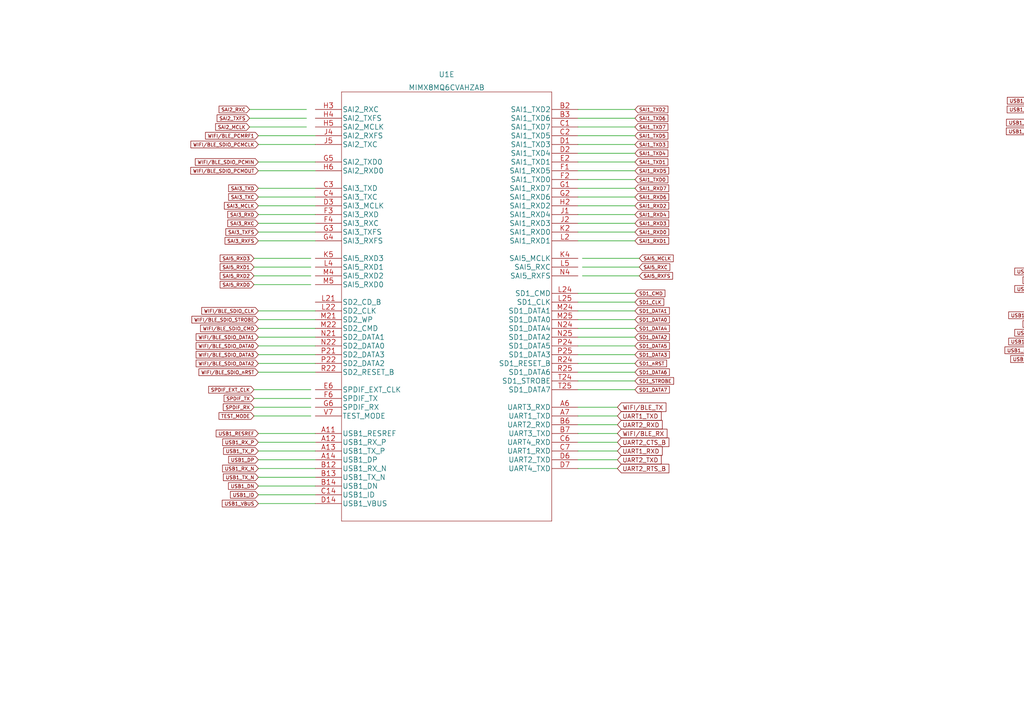
<source format=kicad_sch>
(kicad_sch (version 20230121) (generator eeschema)
  (paper "A4")
  (junction (at -81.28 124.46))
  (junction (at -30.48 74.93))
  (junction (at -41.91 124.46))
  (junction (at -135.89 124.46))
  (junction (at -60.96 208.28))
  (junction (at -63.5 124.46))
  (junction (at -30.48 58.42))
  (junction (at -81.28 208.28))
  (junction (at -31.75 124.46))
  (junction (at -115.57 124.46))
  (junction (at -83.82 124.46))
  (junction (at -78.74 208.28))
  (junction (at -21.59 124.46))
  (junction (at -125.73 124.46))
  (junction (at -30.48 87.63))
  (junction (at -68.58 124.46))
  (junction (at -76.2 208.28))
  (junction (at -68.58 208.28))
  (junction (at -30.48 63.5))
  (junction (at -86.36 124.46))
  (junction (at -30.48 66.04))
  (junction (at -30.48 68.58))
  (junction (at -66.04 208.28))
  (junction (at -73.66 208.28))
  (junction (at -30.48 77.47))
  (junction (at -33.02 30.48))
  (junction (at -30.48 71.12))
  (junction (at -30.48 80.01))
  (junction (at -71.12 208.28))
  (junction (at -30.48 55.88))
  (junction (at -83.82 208.28))
  (junction (at -33.02 27.94))
  (junction (at -30.48 60.96))
  (junction (at -78.74 124.46))
  (junction (at -63.5 208.28))
  (junction (at -105.41 124.46))
  (junction (at -30.48 82.55))
  (junction (at -30.48 85.09))
  (junction (at -66.04 124.46))
  (no_connect (at -57.15 41.91))
  (no_connect (at -57.15 36.83))
  (no_connect (at -57.15 49.53))
  (no_connect (at -57.15 46.99))
  (no_connect (at -57.15 74.93))
  (no_connect (at -57.15 52.07))
  (no_connect (at -57.15 59.69))
  (no_connect (at -57.15 57.15))
  (no_connect (at -57.15 67.31))
  (no_connect (at -57.15 77.47))
  (no_connect (at -57.15 26.67))
  (no_connect (at -57.15 39.37))
  (no_connect (at -57.15 29.21))
  (no_connect (at -57.15 44.45))
  (no_connect (at -57.15 31.75))
  (no_connect (at -57.15 80.01))
  (no_connect (at -57.15 90.17))
  (no_connect (at -57.15 85.09))
  (no_connect (at -57.15 24.13))
  (no_connect (at -57.15 62.23))
  (no_connect (at -57.15 54.61))
  (no_connect (at -57.15 69.85))
  (no_connect (at -57.15 87.63))
  (no_connect (at -57.15 34.29))
  (no_connect (at -57.15 64.77))
  (no_connect (at -57.15 82.55))
  (no_connect (at -57.15 72.39))
  (wire (pts (xy 91.44 125.73) (xy 74.93 125.73)))
  (wire (pts (xy -135.89 124.46) (xy -135.89 125.73)))
  (wire (pts (xy 91.44 49.53) (xy 74.93 49.53)))
  (wire (pts (xy -76.2 124.46) (xy -78.74 124.46)))
  (wire (pts (xy 321.31 78.74) (xy 304.8 78.74)))
  (wire (pts (xy -138.43 40.64) (xy -154.94 40.64)))
  (wire (pts (xy 91.44 39.37) (xy 74.93 39.37)))
  (wire (pts (xy -71.12 208.28) (xy -73.66 208.28)))
  (wire (pts (xy 90.17 113.03) (xy 73.66 113.03)))
  (wire (pts (xy -115.57 124.46) (xy -125.73 124.46)))
  (wire (pts (xy -71.12 132.08) (xy -71.12 124.46)))
  (wire (pts (xy 167.64 123.19) (xy 179.07 123.19)))
  (wire (pts (xy -138.43 48.26) (xy -154.94 48.26)))
  (wire (pts (xy 359.41 31.75) (xy 387.35 31.75)))
  (wire (pts (xy -36.83 33.02) (xy -33.02 33.02)))
  (wire (pts (xy -36.83 27.94) (xy -33.02 27.94)))
  (wire (pts (xy -36.83 55.88) (xy -30.48 55.88)))
  (wire (pts (xy -86.36 208.28) (xy -86.36 198.12)))
  (wire (pts (xy -138.43 27.94) (xy -154.94 27.94)))
  (wire (pts (xy -36.83 68.58) (xy -30.48 68.58)))
  (wire (pts (xy 91.44 57.15) (xy 74.93 57.15)))
  (wire (pts (xy 91.44 128.27) (xy 74.93 128.27)))
  (wire (pts (xy -30.48 58.42) (xy -30.48 60.96)))
  (wire (pts (xy 167.64 69.85) (xy 184.15 69.85)))
  (wire (pts (xy 167.64 120.65) (xy 179.07 120.65)))
  (wire (pts (xy 167.64 41.91) (xy 184.15 41.91)))
  (wire (pts (xy 167.64 39.37) (xy 184.15 39.37)))
  (wire (pts (xy 88.9 31.75) (xy 72.39 31.75)))
  (wire (pts (xy -36.83 60.96) (xy -30.48 60.96)))
  (wire (pts (xy -115.57 124.46) (xy -115.57 125.73)))
  (wire (pts (xy 167.64 49.53) (xy 184.15 49.53)))
  (wire (pts (xy -30.48 82.55) (xy -30.48 85.09)))
  (wire (pts (xy 91.44 97.79) (xy 74.93 97.79)))
  (wire (pts (xy -58.42 208.28) (xy -60.96 208.28)))
  (wire (pts (xy -68.58 208.28) (xy -71.12 208.28)))
  (wire (pts (xy -30.48 55.88) (xy -30.48 58.42)))
  (wire (pts (xy -86.36 124.46) (xy -105.41 124.46)))
  (wire (pts (xy 167.64 95.25) (xy 184.15 95.25)))
  (wire (pts (xy -104.14 149.86) (xy -120.65 149.86)))
  (wire (pts (xy -68.58 198.12) (xy -68.58 208.28)))
  (wire (pts (xy -138.43 50.8) (xy -154.94 50.8)))
  (wire (pts (xy 167.64 92.71) (xy 184.15 92.71)))
  (wire (pts (xy 167.64 130.81) (xy 179.07 130.81)))
  (wire (pts (xy 91.44 54.61) (xy 74.93 54.61)))
  (wire (pts (xy 387.35 52.07) (xy 378.46 52.07)))
  (wire (pts (xy -78.74 208.28) (xy -81.28 208.28)))
  (wire (pts (xy -30.48 85.09) (xy -30.48 87.63)))
  (wire (pts (xy 167.64 64.77) (xy 184.15 64.77)))
  (wire (pts (xy -41.91 124.46) (xy -41.91 125.73)))
  (wire (pts (xy 321.31 101.6) (xy 304.8 101.6)))
  (wire (pts (xy -66.04 124.46) (xy -63.5 124.46)))
  (wire (pts (xy 377.19 12.7) (xy 360.68 12.7)))
  (wire (pts (xy -41.91 124.46) (xy -31.75 124.46)))
  (wire (pts (xy -104.14 170.18) (xy -120.65 170.18)))
  (wire (pts (xy 91.44 130.81) (xy 74.93 130.81)))
  (wire (pts (xy -33.02 27.94) (xy -33.02 30.48)))
  (wire (pts (xy 167.64 125.73) (xy 179.07 125.73)))
  (wire (pts (xy -36.83 87.63) (xy -30.48 87.63)))
  (wire (pts (xy 167.64 87.63) (xy 184.15 87.63)))
  (wire (pts (xy 389.89 77.47) (xy 383.54 77.47)))
  (wire (pts (xy 90.17 82.55) (xy 73.66 82.55)))
  (wire (pts (xy -36.83 85.09) (xy -30.48 85.09)))
  (wire (pts (xy 168.91 77.47) (xy 185.42 77.47)))
  (wire (pts (xy -81.28 124.46) (xy -81.28 132.08)))
  (wire (pts (xy -36.83 82.55) (xy -30.48 82.55)))
  (wire (pts (xy -30.48 60.96) (xy -30.48 63.5)))
  (wire (pts (xy -78.74 124.46) (xy -78.74 132.08)))
  (wire (pts (xy -71.12 198.12) (xy -71.12 208.28)))
  (wire (pts (xy 91.44 105.41) (xy 74.93 105.41)))
  (wire (pts (xy 378.46 40.64) (xy 359.41 40.64)))
  (wire (pts (xy -135.89 119.38) (xy -135.89 124.46)))
  (wire (pts (xy 167.64 118.11) (xy 179.07 118.11)))
  (wire (pts (xy 383.54 66.04) (xy 370.84 66.04)))
  (wire (pts (xy -104.14 162.56) (xy -120.65 162.56)))
  (wire (pts (xy 90.17 115.57) (xy 73.66 115.57)))
  (wire (pts (xy -125.73 124.46) (xy -135.89 124.46)))
  (wire (pts (xy 167.64 113.03) (xy 184.15 113.03)))
  (wire (pts (xy -125.73 124.46) (xy -125.73 125.73)))
  (wire (pts (xy -68.58 124.46) (xy -71.12 124.46)))
  (wire (pts (xy 365.76 96.52) (xy 365.76 57.15)))
  (wire (pts (xy 389.89 74.93) (xy 389.89 62.23)))
  (wire (pts (xy 381 49.53) (xy 381 38.1)))
  (wire (pts (xy 167.64 100.33) (xy 184.15 100.33)))
  (wire (pts (xy -104.14 175.26) (xy -120.65 175.26)))
  (wire (pts (xy 88.9 36.83) (xy 72.39 36.83)))
  (wire (pts (xy -30.48 53.34) (xy -30.48 55.88)))
  (wire (pts (xy 90.17 80.01) (xy 73.66 80.01)))
  (wire (pts (xy -66.04 208.28) (xy -68.58 208.28)))
  (wire (pts (xy -66.04 124.46) (xy -68.58 124.46)))
  (wire (pts (xy -73.66 208.28) (xy -73.66 212.09)))
  (wire (pts (xy -30.48 71.12) (xy -30.48 74.93)))
  (wire (pts (xy -66.04 198.12) (xy -66.04 208.28)))
  (wire (pts (xy 167.64 54.61) (xy 184.15 54.61)))
  (wire (pts (xy 167.64 62.23) (xy 184.15 62.23)))
  (wire (pts (xy -125.73 130.81) (xy -125.73 134.62)))
  (wire (pts (xy 167.64 105.41) (xy 184.15 105.41)))
  (wire (pts (xy 383.54 77.47) (xy 383.54 66.04)))
  (wire (pts (xy 167.64 135.89) (xy 179.07 135.89)))
  (wire (pts (xy -83.82 208.28) (xy -86.36 208.28)))
  (wire (pts (xy -102.87 46.99) (xy -91.44 46.99)))
  (wire (pts (xy 321.31 91.44) (xy 304.8 91.44)))
  (wire (pts (xy -102.87 44.45) (xy -91.44 44.45)))
  (wire (pts (xy -83.82 124.46) (xy -83.82 132.08)))
  (wire (pts (xy -105.41 130.81) (xy -105.41 134.62)))
  (wire (pts (xy 321.31 81.28) (xy 304.8 81.28)))
  (wire (pts (xy 91.44 138.43) (xy 74.93 138.43)))
  (wire (pts (xy 167.64 67.31) (xy 184.15 67.31)))
  (wire (pts (xy -36.83 63.5) (xy -30.48 63.5)))
  (wire (pts (xy 167.64 107.95) (xy 184.15 107.95)))
  (wire (pts (xy -36.83 74.93) (xy -30.48 74.93)))
  (wire (pts (xy -78.74 124.46) (xy -81.28 124.46)))
  (wire (pts (xy 91.44 107.95) (xy 74.93 107.95)))
  (wire (pts (xy 91.44 90.17) (xy 74.93 90.17)))
  (wire (pts (xy -31.75 124.46) (xy -31.75 125.73)))
  (wire (pts (xy 167.64 90.17) (xy 184.15 90.17)))
  (wire (pts (xy 91.44 146.05) (xy 74.93 146.05)))
  (wire (pts (xy -115.57 130.81) (xy -115.57 134.62)))
  (wire (pts (xy -104.14 167.64) (xy -120.65 167.64)))
  (wire (pts (xy -36.83 71.12) (xy -30.48 71.12)))
  (wire (pts (xy 387.35 49.53) (xy 381 49.53)))
  (wire (pts (xy -36.83 53.34) (xy -30.48 53.34)))
  (wire (pts (xy 365.76 57.15) (xy 359.41 57.15)))
  (wire (pts (xy -102.87 52.07) (xy -91.44 52.07)))
  (wire (pts (xy 91.44 67.31) (xy 74.93 67.31)))
  (wire (pts (xy -81.28 208.28) (xy -83.82 208.28)))
  (wire (pts (xy 318.77 29.21) (xy 302.26 29.21)))
  (wire (pts (xy 167.64 46.99) (xy 184.15 46.99)))
  (wire (pts (xy -138.43 25.4) (xy -154.94 25.4)))
  (wire (pts (xy -66.04 124.46) (xy -66.04 132.08)))
  (wire (pts (xy -138.43 35.56) (xy -154.94 35.56)))
  (wire (pts (xy 167.64 31.75) (xy 184.15 31.75)))
  (wire (pts (xy 90.17 77.47) (xy 73.66 77.47)))
  (wire (pts (xy -76.2 198.12) (xy -76.2 208.28)))
  (wire (pts (xy 91.44 92.71) (xy 74.93 92.71)))
  (wire (pts (xy 387.35 29.21) (xy 377.19 29.21)))
  (wire (pts (xy 91.44 46.99) (xy 74.93 46.99)))
  (wire (pts (xy -30.48 66.04) (xy -30.48 68.58)))
  (wire (pts (xy 167.64 102.87) (xy 184.15 102.87)))
  (wire (pts (xy -104.14 157.48) (xy -120.65 157.48)))
  (wire (pts (xy 90.17 74.93) (xy 73.66 74.93)))
  (wire (pts (xy -138.43 38.1) (xy -154.94 38.1)))
  (wire (pts (xy -78.74 198.12) (xy -78.74 208.28)))
  (wire (pts (xy -58.42 198.12) (xy -58.42 208.28)))
  (wire (pts (xy 372.11 46.99) (xy 359.41 46.99)))
  (wire (pts (xy -30.48 77.47) (xy -30.48 80.01)))
  (wire (pts (xy 91.44 64.77) (xy 74.93 64.77)))
  (wire (pts (xy -104.14 152.4) (xy -120.65 152.4)))
  (wire (pts (xy 167.64 34.29) (xy 184.15 34.29)))
  (wire (pts (xy -76.2 208.28) (xy -78.74 208.28)))
  (wire (pts (xy 368.3 93.98) (xy 388.62 93.98)))
  (wire (pts (xy -81.28 124.46) (xy -83.82 124.46)))
  (wire (pts (xy -102.87 49.53) (xy -91.44 49.53)))
  (wire (pts (xy -30.48 80.01) (xy -30.48 82.55)))
  (wire (pts (xy -36.83 66.04) (xy -30.48 66.04)))
  (wire (pts (xy -138.43 22.86) (xy -154.94 22.86)))
  (wire (pts (xy -104.14 160.02) (xy -120.65 160.02)))
  (wire (pts (xy 368.3 54.61) (xy 368.3 93.98)))
  (wire (pts (xy 91.44 95.25) (xy 74.93 95.25)))
  (wire (pts (xy 91.44 69.85) (xy 74.93 69.85)))
  (wire (pts (xy 91.44 140.97) (xy 74.93 140.97)))
  (wire (pts (xy -31.75 124.46) (xy -21.59 124.46)))
  (wire (pts (xy -83.82 124.46) (xy -86.36 124.46)))
  (wire (pts (xy 321.31 93.98) (xy 304.8 93.98)))
  (wire (pts (xy -36.83 80.01) (xy -30.48 80.01)))
  (wire (pts (xy 91.44 59.69) (xy 74.93 59.69)))
  (wire (pts (xy 168.91 74.93) (xy 185.42 74.93)))
  (wire (pts (xy 168.91 80.01) (xy 185.42 80.01)))
  (wire (pts (xy 321.31 96.52) (xy 304.8 96.52)))
  (wire (pts (xy -41.91 124.46) (xy -63.5 124.46)))
  (wire (pts (xy 377.19 29.21) (xy 377.19 34.29)))
  (wire (pts (xy 389.89 62.23) (xy 372.11 62.23)))
  (wire (pts (xy -104.14 154.94) (xy -120.65 154.94)))
  (wire (pts (xy -60.96 198.12) (xy -60.96 208.28)))
  (wire (pts (xy -68.58 132.08) (xy -68.58 124.46)))
  (wire (pts (xy -41.91 130.81) (xy -41.91 134.62)))
  (wire (pts (xy 167.64 128.27) (xy 179.07 128.27)))
  (wire (pts (xy -104.14 165.1) (xy -120.65 165.1)))
  (wire (pts (xy 91.44 62.23) (xy 74.93 62.23)))
  (wire (pts (xy 377.19 10.16) (xy 360.68 10.16)))
  (wire (pts (xy -33.02 22.86) (xy -33.02 27.94)))
  (wire (pts (xy -135.89 130.81) (xy -135.89 134.62)))
  (wire (pts (xy 91.44 135.89) (xy 74.93 135.89)))
  (wire (pts (xy -138.43 33.02) (xy -154.94 33.02)))
  (wire (pts (xy 321.31 83.82) (xy 304.8 83.82)))
  (wire (pts (xy -21.59 120.65) (xy -21.59 124.46)))
  (wire (pts (xy 388.62 96.52) (xy 365.76 96.52)))
  (wire (pts (xy 167.64 110.49) (xy 184.15 110.49)))
  (wire (pts (xy -138.43 30.48) (xy -154.94 30.48)))
  (wire (pts (xy 318.77 38.1) (xy 302.26 38.1)))
  (wire (pts (xy 91.44 133.35) (xy 74.93 133.35)))
  (wire (pts (xy -138.43 53.34) (xy -154.94 53.34)))
  (wire (pts (xy -21.59 124.46) (xy -21.59 125.73)))
  (wire (pts (xy 381 38.1) (xy 359.41 38.1)))
  (wire (pts (xy -63.5 208.28) (xy -66.04 208.28)))
  (wire (pts (xy 91.44 102.87) (xy 74.93 102.87)))
  (wire (pts (xy -36.83 58.42) (xy -30.48 58.42)))
  (wire (pts (xy 321.31 104.14) (xy 304.8 104.14)))
  (wire (pts (xy 167.64 57.15) (xy 184.15 57.15)))
  (wire (pts (xy 359.41 54.61) (xy 368.3 54.61)))
  (wire (pts (xy 167.64 85.09) (xy 184.15 85.09)))
  (wire (pts (xy -104.14 177.8) (xy -120.65 177.8)))
  (wire (pts (xy -21.59 130.81) (xy -21.59 134.62)))
  (wire (pts (xy -102.87 54.61) (xy -91.44 54.61)))
  (wire (pts (xy 91.44 100.33) (xy 74.93 100.33)))
  (wire (pts (xy 318.77 31.75) (xy 302.26 31.75)))
  (wire (pts (xy 167.64 97.79) (xy 184.15 97.79)))
  (wire (pts (xy -60.96 208.28) (xy -63.5 208.28)))
  (wire (pts (xy 91.44 41.91) (xy 74.93 41.91)))
  (wire (pts (xy -83.82 208.28) (xy -83.82 198.12)))
  (wire (pts (xy 91.44 143.51) (xy 74.93 143.51)))
  (wire (pts (xy -138.43 55.88) (xy -154.94 55.88)))
  (wire (pts (xy -76.2 132.08) (xy -76.2 124.46)))
  (wire (pts (xy 167.64 133.35) (xy 179.07 133.35)))
  (wire (pts (xy -31.75 130.81) (xy -31.75 134.62)))
  (wire (pts (xy -30.48 68.58) (xy -30.48 71.12)))
  (wire (pts (xy -36.83 77.47) (xy -30.48 77.47)))
  (wire (pts (xy -86.36 124.46) (xy -86.36 132.08)))
  (wire (pts (xy 167.64 44.45) (xy 184.15 44.45)))
  (wire (pts (xy 88.9 34.29) (xy 72.39 34.29)))
  (wire (pts (xy -36.83 30.48) (xy -33.02 30.48)))
  (wire (pts (xy 90.17 118.11) (xy 73.66 118.11)))
  (wire (pts (xy 167.64 59.69) (xy 184.15 59.69)))
  (wire (pts (xy -63.5 124.46) (xy -63.5 132.08)))
  (wire (pts (xy 377.19 34.29) (xy 359.41 34.29)))
  (wire (pts (xy -138.43 59.69) (xy -154.94 59.69)))
  (wire (pts (xy 318.77 35.56) (xy 302.26 35.56)))
  (wire (pts (xy 370.84 66.04) (xy 370.84 49.53)))
  (wire (pts (xy -63.5 198.12) (xy -63.5 208.28)))
  (wire (pts (xy 90.17 120.65) (xy 73.66 120.65)))
  (wire (pts (xy -33.02 30.48) (xy -33.02 33.02)))
  (wire (pts (xy -81.28 198.12) (xy -81.28 208.28)))
  (wire (pts (xy -73.66 208.28) (xy -76.2 208.28)))
  (wire (pts (xy 370.84 49.53) (xy 359.41 49.53)))
  (wire (pts (xy 167.64 36.83) (xy 184.15 36.83)))
  (wire (pts (xy -30.48 74.93) (xy -30.48 77.47)))
  (wire (pts (xy 167.64 52.07) (xy 184.15 52.07)))
  (wire (pts (xy 321.31 99.06) (xy 304.8 99.06)))
  (wire (pts (xy -30.48 63.5) (xy -30.48 66.04)))
  (wire (pts (xy -104.14 172.72) (xy -120.65 172.72)))
  (wire (pts (xy 378.46 52.07) (xy 378.46 40.64)))
  (wire (pts (xy -105.41 124.46) (xy -105.41 125.73)))
  (wire (pts (xy -30.48 87.63) (xy -30.48 90.17)))
  (wire (pts (xy -105.41 124.46) (xy -115.57 124.46)))
  (wire (pts (xy 372.11 62.23) (xy 372.11 46.99)))
  (global_label "SAI1_TXD5" (shape input) (at 184.15 39.37 0) (effects (font (size 1 1))) (property "Intersheetrefs" "${INTERSHEET_REFS}" (effects hide)))
  (global_label "SAI5_RXD3" (shape input) (at 73.66 74.93 180) (effects (font (size 1 1))) (property "Intersheetrefs" "${INTERSHEET_REFS}" (effects hide)))
  (global_label "SPDIF_TX" (shape input) (at 73.66 115.57 180) (effects (font (size 1 1))) (property "Intersheetrefs" "${INTERSHEET_REFS}" (effects hide)))
  (global_label "SD1_CMD" (shape input) (at -120.65 170.18 180) (effects (font (size 1 1))) (property "Intersheetrefs" "${INTERSHEET_REFS}" (effects hide)))
  (global_label "WIFI{slash}BLE_SDIO_DATA0" (shape input) (at 74.93 100.33 180) (effects (font (size 1 1))) (property "Intersheetrefs" "${INTERSHEET_REFS}" (effects hide)))
  (global_label "USB1_ID" (shape input) (at 304.8 93.98 180) (effects (font (size 1 1))) (property "Intersheetrefs" "${INTERSHEET_REFS}" (effects hide)))
  (global_label "SAI1_RXD5" (shape input) (at 184.15 49.53 0) (effects (font (size 1 1))) (property "Intersheetrefs" "${INTERSHEET_REFS}" (effects hide)))
  (global_label "USB2_ID" (shape input) (at 304.8 81.28 180) (effects (font (size 1 1))) (property "Intersheetrefs" "${INTERSHEET_REFS}" (effects hide)))
  (global_label "WIFI{slash}BLE_SDIO_PCMIN" (shape input) (at 74.93 46.99 180) (effects (font (size 1 1))) (property "Intersheetrefs" "${INTERSHEET_REFS}" (effects hide)))
  (global_label "USB1_OTG_PWR" (shape input) (at 304.8 101.6 180) (effects (font (size 1 1))) (property "Intersheetrefs" "${INTERSHEET_REFS}" (effects hide)))
  (global_label "SAI3_RXFS" (shape input) (at 74.93 69.85 180) (effects (font (size 1 1))) (property "Intersheetrefs" "${INTERSHEET_REFS}" (effects hide)))
  (global_label "SD1_DATA7" (shape input) (at -120.65 167.64 180) (effects (font (size 1 1))) (property "Intersheetrefs" "${INTERSHEET_REFS}" (effects hide)))
  (global_label "SAI1_TXD6" (shape input) (at 184.15 34.29 0) (effects (font (size 1 1))) (property "Intersheetrefs" "${INTERSHEET_REFS}" (effects hide)))
  (global_label "USB1_TX_P" (shape input) (at 74.93 130.81 180) (effects (font (size 1 1))) (property "Intersheetrefs" "${INTERSHEET_REFS}" (effects hide)))
  (global_label "USB1_RESREF" (shape input) (at 74.93 125.73 180) (effects (font (size 1 1))) (property "Intersheetrefs" "${INTERSHEET_REFS}" (effects hide)))
  (global_label "USB1_TX_N" (shape input) (at 302.26 31.75 180) (effects (font (size 1 1))) (property "Intersheetrefs" "${INTERSHEET_REFS}" (effects hide)))
  (global_label "SAI5_RXFS" (shape input) (at 185.42 80.01 0) (effects (font (size 1 1))) (property "Intersheetrefs" "${INTERSHEET_REFS}" (effects hide)))
  (global_label "SAI1_TXD0" (shape input) (at 184.15 52.07 0) (effects (font (size 1 1))) (property "Intersheetrefs" "${INTERSHEET_REFS}" (effects hide)))
  (global_label "SD1_DATA5" (shape input) (at -120.65 162.56 180) (effects (font (size 1 1))) (property "Intersheetrefs" "${INTERSHEET_REFS}" (effects hide)))
  (global_label "WIFI{slash}BLE_SDIO_DATA2" (shape input) (at 74.93 105.41 180) (effects (font (size 1 1))) (property "Intersheetrefs" "${INTERSHEET_REFS}" (effects hide)))
  (global_label "SPDIF_RX" (shape input) (at 73.66 118.11 180) (effects (font (size 1 1))) (property "Intersheetrefs" "${INTERSHEET_REFS}" (effects hide)))
  (global_label "USB1_OTG_ID" (shape input) (at 304.8 104.14 180) (effects (font (size 1 1))) (property "Intersheetrefs" "${INTERSHEET_REFS}" (effects hide)))
  (global_label "UART2_RXD" (shape input) (at 179.07 123.19 0) (property "Intersheetrefs" "${INTERSHEET_REFS}" (effects hide)))
  (global_label "SD1_CLK" (shape input) (at -120.65 172.72 180) (effects (font (size 1 1))) (property "Intersheetrefs" "${INTERSHEET_REFS}" (effects hide)))
  (global_label "WIFI{slash}BLE_SDIO_DATA1" (shape input) (at -154.94 33.02 180) (effects (font (size 1 1))) (property "Intersheetrefs" "${INTERSHEET_REFS}" (effects hide)))
  (global_label "SD1_DATA4" (shape input) (at -120.65 160.02 180) (effects (font (size 1 1))) (property "Intersheetrefs" "${INTERSHEET_REFS}" (effects hide)))
  (global_label "SAI1_RXD4" (shape input) (at 184.15 62.23 0) (effects (font (size 1 1))) (property "Intersheetrefs" "${INTERSHEET_REFS}" (effects hide)))
  (global_label "SAI1_RXD6" (shape input) (at 184.15 57.15 0) (effects (font (size 1 1))) (property "Intersheetrefs" "${INTERSHEET_REFS}" (effects hide)))
  (global_label "WIFI{slash}BLE_SDIO_DATA0" (shape input) (at -154.94 35.56 180) (effects (font (size 1 1))) (property "Intersheetrefs" "${INTERSHEET_REFS}" (effects hide)))
  (global_label "WIFI{slash}BLE_SDIO_PCMCLK" (shape input) (at -154.94 55.88 180) (effects (font (size 1 1))) (property "Intersheetrefs" "${INTERSHEET_REFS}" (effects hide)))
  (global_label "WIFI{slash}BLE_SDIO_STROBE" (shape input) (at -154.94 25.4 180) (effects (font (size 1 1))) (property "Intersheetrefs" "${INTERSHEET_REFS}" (effects hide)))
  (global_label "WIFI{slash}BLE_SDIO_CLK" (shape input) (at 74.93 90.17 180) (effects (font (size 1 1))) (property "Intersheetrefs" "${INTERSHEET_REFS}" (effects hide)))
  (global_label "WIFI{slash}BLE_SDIO_PCMOUT" (shape input) (at 74.93 49.53 180) (effects (font (size 1 1))) (property "Intersheetrefs" "${INTERSHEET_REFS}" (effects hide)))
  (global_label "SD1_nRST" (shape input) (at -120.65 177.8 180) (effects (font (size 1 1))) (property "Intersheetrefs" "${INTERSHEET_REFS}" (effects hide)))
  (global_label "UART2_CTS_B" (shape input) (at 179.07 128.27 0) (property "Intersheetrefs" "${INTERSHEET_REFS}" (effects hide)))
  (global_label "SAI1_RXD0" (shape input) (at 184.15 67.31 0) (effects (font (size 1 1))) (property "Intersheetrefs" "${INTERSHEET_REFS}" (effects hide)))
  (global_label "SD1_nRST" (shape input) (at 184.15 105.41 0) (effects (font (size 1 1))) (property "Intersheetrefs" "${INTERSHEET_REFS}" (effects hide)))
  (global_label "SD1_DATA1" (shape input) (at -120.65 152.4 180) (effects (font (size 1 1))) (property "Intersheetrefs" "${INTERSHEET_REFS}" (effects hide)))
  (global_label "TEST_MODE" (shape input) (at 73.66 120.65 180) (effects (font (size 1 1))) (property "Intersheetrefs" "${INTERSHEET_REFS}" (effects hide)))
  (global_label "WIFI{slash}BLE_SDIO_PCMIN" (shape input) (at -154.94 50.8 180) (effects (font (size 1 1))) (property "Intersheetrefs" "${INTERSHEET_REFS}" (effects hide)))
  (global_label "SAI2_MCLK" (shape input) (at 72.39 36.83 180) (effects (font (size 1 1))) (property "Intersheetrefs" "${INTERSHEET_REFS}" (effects hide)))
  (global_label "SAI1_TXD4" (shape input) (at 184.15 44.45 0) (effects (font (size 1 1))) (property "Intersheetrefs" "${INTERSHEET_REFS}" (effects hide)))
  (global_label "SAI5_RXC" (shape input) (at 185.42 77.47 0) (effects (font (size 1 1))) (property "Intersheetrefs" "${INTERSHEET_REFS}" (effects hide)))
  (global_label "SAI5_RXD0" (shape input) (at 73.66 82.55 180) (effects (font (size 1 1))) (property "Intersheetrefs" "${INTERSHEET_REFS}" (effects hide)))
  (global_label "SAI1_TXD2" (shape input) (at 184.15 31.75 0) (effects (font (size 1 1))) (property "Intersheetrefs" "${INTERSHEET_REFS}" (effects hide)))
  (global_label "UART2_TXD" (shape input) (at 179.07 133.35 0) (property "Intersheetrefs" "${INTERSHEET_REFS}" (effects hide)))
  (global_label "WIFI{slash}BLE_CTS" (shape input) (at -91.44 46.99 0) (property "Intersheetrefs" "${INTERSHEET_REFS}" (effects hide)))
  (global_label "VDD_3V3" (shape input) (at -21.59 120.65 90) (property "Intersheetrefs" "${INTERSHEET_REFS}" (effects hide)))
  (global_label "WIFI{slash}BLE_SDIO_nRST" (shape input) (at 74.93 107.95 180) (effects (font (size 1 1))) (property "Intersheetrefs" "${INTERSHEET_REFS}" (effects hide)))
  (global_label "USB1_TX_N" (shape input) (at 74.93 138.43 180) (effects (font (size 1 1))) (property "Intersheetrefs" "${INTERSHEET_REFS}" (effects hide)))
  (global_label "NVCC_SD1_1V8" (shape input) (at -135.89 119.38 90) (effects (font (size 1 1))) (property "Intersheetrefs" "${INTERSHEET_REFS}" (effects hide)))
  (global_label "USB1_RX_N" (shape input) (at 74.93 135.89 180) (effects (font (size 1 1))) (property "Intersheetrefs" "${INTERSHEET_REFS}" (effects hide)))
  (global_label "WIFI{slash}BLE_TX" (shape input) (at -91.44 49.53 0) (property "Intersheetrefs" "${INTERSHEET_REFS}" (effects hide)))
  (global_label "USB1_DP" (shape input) (at 74.93 133.35 180) (effects (font (size 1 1))) (property "Intersheetrefs" "${INTERSHEET_REFS}" (effects hide)))
  (global_label "WIFI{slash}BLE_TX" (shape input) (at 179.07 118.11 0) (property "Intersheetrefs" "${INTERSHEET_REFS}" (effects hide)))
  (global_label "SAI3_TXFS" (shape input) (at 74.93 67.31 180) (effects (font (size 1 1))) (property "Intersheetrefs" "${INTERSHEET_REFS}" (effects hide)))
  (global_label "USB1_VBUS" (shape input) (at 74.93 146.05 180) (effects (font (size 1 1))) (property "Intersheetrefs" "${INTERSHEET_REFS}" (effects hide)))
  (global_label "SAI1_RXD1" (shape input) (at 184.15 69.85 0) (effects (font (size 1 1))) (property "Intersheetrefs" "${INTERSHEET_REFS}" (effects hide)))
  (global_label "SD1_DATA6" (shape input) (at -120.65 165.1 180) (effects (font (size 1 1))) (property "Intersheetrefs" "${INTERSHEET_REFS}" (effects hide)))
  (global_label "SAI2_RXC" (shape input) (at 72.39 31.75 180) (effects (font (size 1 1))) (property "Intersheetrefs" "${INTERSHEET_REFS}" (effects hide)))
  (global_label "WIFI{slash}BLE_SDIO_CMD" (shape input) (at 74.93 95.25 180) (effects (font (size 1 1))) (property "Intersheetrefs" "${INTERSHEET_REFS}" (effects hide)))
  (global_label "WIFI{slash}BLE_SDIO_DATA3" (shape input) (at 74.93 102.87 180) (effects (font (size 1 1))) (property "Intersheetrefs" "${INTERSHEET_REFS}" (effects hide)))
  (global_label "SD1_STROBE" (shape input) (at -120.65 175.26 180) (effects (font (size 1 1))) (property "Intersheetrefs" "${INTERSHEET_REFS}" (effects hide)))
  (global_label "USB1_RX_P" (shape input) (at 302.26 35.56 180) (effects (font (size 1 1))) (property "Intersheetrefs" "${INTERSHEET_REFS}" (effects hide)))
  (global_label "SD1_DATA0" (shape input) (at -120.65 149.86 180) (effects (font (size 1 1))) (property "Intersheetrefs" "${INTERSHEET_REFS}" (effects hide)))
  (global_label "WIFI{slash}BLE_SDIO_CLK" (shape input) (at -154.94 40.64 180) (effects (font (size 1 1))) (property "Intersheetrefs" "${INTERSHEET_REFS}" (effects hide)))
  (global_label "WIFI{slash}BLE_SDIO_DATA1" (shape input) (at 74.93 97.79 180) (effects (font (size 1 1))) (property "Intersheetrefs" "${INTERSHEET_REFS}" (effects hide)))
  (global_label "SD1_DATA1" (shape input) (at 184.15 90.17 0) (effects (font (size 1 1))) (property "Intersheetrefs" "${INTERSHEET_REFS}" (effects hide)))
  (global_label "USB1_OTG_OC" (shape input) (at 304.8 99.06 180) (effects (font (size 1 1))) (property "Intersheetrefs" "${INTERSHEET_REFS}" (effects hide)))
  (global_label "WIFI{slash}BLE_PCMRF1" (shape input) (at 74.93 39.37 180) (effects (font (size 1 1))) (property "Intersheetrefs" "${INTERSHEET_REFS}" (effects hide)))
  (global_label "SD1_DATA0" (shape input) (at 184.15 92.71 0) (effects (font (size 1 1))) (property "Intersheetrefs" "${INTERSHEET_REFS}" (effects hide)))
  (global_label "SAI1_RXD7" (shape input) (at 184.15 54.61 0) (effects (font (size 1 1))) (property "Intersheetrefs" "${INTERSHEET_REFS}" (effects hide)))
  (global_label "WIFI{slash}BLE_RTS" (shape input) (at -91.44 54.61 0) (property "Intersheetrefs" "${INTERSHEET_REFS}" (effects hide)))
  (global_label "SD1_DATA3" (shape input) (at 184.15 102.87 0) (effects (font (size 1 1))) (property "Intersheetrefs" "${INTERSHEET_REFS}" (effects hide)))
  (global_label "WIFI{slash}BLE_SDIO_nRST" (shape input) (at -154.94 22.86 180) (effects (font (size 1 1))) (property "Intersheetrefs" "${INTERSHEET_REFS}" (effects hide)))
  (global_label "USB1_TX_P" (shape input) (at 302.26 29.21 180) (effects (font (size 1 1))) (property "Intersheetrefs" "${INTERSHEET_REFS}" (effects hide)))
  (global_label "SAI1_TXD1" (shape input) (at 184.15 46.99 0) (effects (font (size 1 1))) (property "Intersheetrefs" "${INTERSHEET_REFS}" (effects hide)))
  (global_label "WIFI{slash}BLE_PCMRF1" (shape input) (at -154.94 48.26 180) (effects (font (size 1 1))) (property "Intersheetrefs" "${INTERSHEET_REFS}" (effects hide)))
  (global_label "SAI3_TXD" (shape input) (at 74.93 54.61 180) (effects (font (size 1 1))) (property "Intersheetrefs" "${INTERSHEET_REFS}" (effects hide)))
  (global_label "UART1_TXD" (shape input) (at 179.07 120.65 0) (property "Intersheetrefs" "${INTERSHEET_REFS}" (effects hide)))
  (global_label "USB1_VBUS" (shape input) (at 304.8 96.52 180) (effects (font (size 1 1))) (property "Intersheetrefs" "${INTERSHEET_REFS}" (effects hide)))
  (global_label "WIFI{slash}BLE_RX" (shape input) (at 179.07 125.73 0) (property "Intersheetrefs" "${INTERSHEET_REFS}" (effects hide)))
  (global_label "USB2_VBUS" (shape input) (at 304.8 83.82 180) (effects (font (size 1 1))) (property "Intersheetrefs" "${INTERSHEET_REFS}" (effects hide)))
  (global_label "USB1_ID" (shape input) (at 74.93 143.51 180) (effects (font (size 1 1))) (property "Intersheetrefs" "${INTERSHEET_REFS}" (effects hide)))
  (global_label "WIFI{slash}BLE_SDIO_CMD" (shape input) (at -154.94 38.1 180) (effects (font (size 1 1))) (property "Intersheetrefs" "${INTERSHEET_REFS}" (effects hide)))
  (global_label "SD1_DATA5" (shape input) (at 184.15 100.33 0) (effects (font (size 1 1))) (property "Intersheetrefs" "${INTERSHEET_REFS}" (effects hide)))
  (global_label "WIFI{slash}BLE_SDIO_PCMOUT" (shape input) (at -154.94 53.34 180) (effects (font (size 1 1))) (property "Intersheetrefs" "${INTERSHEET_REFS}" (effects hide)))
  (global_label "SD1_DATA3" (shape input) (at -120.65 157.48 180) (effects (font (size 1 1))) (property "Intersheetrefs" "${INTERSHEET_REFS}" (effects hide)))
  (global_label "SD1_STROBE" (shape input) (at 184.15 110.49 0) (effects (font (size 1 1))) (property "Intersheetrefs" "${INTERSHEET_REFS}" (effects hide)))
  (global_label "USB1_RESREF" (shape input) (at 304.8 91.44 180) (effects (font (size 1 1))) (property "Intersheetrefs" "${INTERSHEET_REFS}" (effects hide)))
  (global_label "SD1_DATA6" (shape input) (at 184.15 107.95 0) (effects (font (size 1 1))) (property "Intersheetrefs" "${INTERSHEET_REFS}" (effects hide)))
  (global_label "UART1_RXD" (shape input) (at 179.07 130.81 0) (property "Intersheetrefs" "${INTERSHEET_REFS}" (effects hide)))
  (global_label "WIFI{slash}BLE_SDIO_DATA2" (shape input) (at -154.94 30.48 180) (effects (font (size 1 1))) (property "Intersheetrefs" "${INTERSHEET_REFS}" (effects hide)))
  (global_label "SD1_DATA7" (shape input) (at 184.15 113.03 0) (effects (font (size 1 1))) (property "Intersheetrefs" "${INTERSHEET_REFS}" (effects hide)))
  (global_label "SD1_CMD" (shape input) (at 184.15 85.09 0) (effects (font (size 1 1))) (property "Intersheetrefs" "${INTERSHEET_REFS}" (effects hide)))
  (global_label "USB1_DP" (shape input) (at 360.68 10.16 180) (effects (font (size 1 1))) (property "Intersheetrefs" "${INTERSHEET_REFS}" (effects hide)))
  (global_label "SAI2_TXFS" (shape input) (at 72.39 34.29 180) (effects (font (size 1 1))) (property "Intersheetrefs" "${INTERSHEET_REFS}" (effects hide)))
  (global_label "SAI1_RXD3" (shape input) (at 184.15 64.77 0) (effects (font (size 1 1))) (property "Intersheetrefs" "${INTERSHEET_REFS}" (effects hide)))
  (global_label "SPDIF_EXT_CLK" (shape input) (at 73.66 113.03 180) (effects (font (size 1 1))) (property "Intersheetrefs" "${INTERSHEET_REFS}" (effects hide)))
  (global_label "SAI1_RXD2" (shape input) (at 184.15 59.69 0) (effects (font (size 1 1))) (property "Intersheetrefs" "${INTERSHEET_REFS}" (effects hide)))
  (global_label "USB1_RX_N" (shape input) (at 302.26 38.1 180) (effects (font (size 1 1))) (property "Intersheetrefs" "${INTERSHEET_REFS}" (effects hide)))
  (global_label "USB1_DN" (shape input) (at 360.68 12.7 180) (effects (font (size 1 1))) (property "Intersheetrefs" "${INTERSHEET_REFS}" (effects hide)))
  (global_label "UART2_RTS_B" (shape input) (at 179.07 135.89 0) (property "Intersheetrefs" "${INTERSHEET_REFS}" (effects hide)))
  (global_label "SAI3_TXC" (shape input) (at 74.93 57.15 180) (effects (font (size 1 1))) (property "Intersheetrefs" "${INTERSHEET_REFS}" (effects hide)))
  (global_label "USB1_DN" (shape input) (at 74.93 140.97 180) (effects (font (size 1 1))) (property "Intersheetrefs" "${INTERSHEET_REFS}" (effects hide)))
  (global_label "USB2_VBUS" (shape input) (at 304.8 78.74 180) (effects (font (size 1 1))) (property "Intersheetrefs" "${INTERSHEET_REFS}" (effects hide)))
  (global_label "SD1_DATA2" (shape input) (at 184.15 97.79 0) (effects (font (size 1 1))) (property "Intersheetrefs" "${INTERSHEET_REFS}" (effects hide)))
  (global_label "SAI1_TXD3" (shape input) (at 184.15 41.91 0) (effects (font (size 1 1))) (property "Intersheetrefs" "${INTERSHEET_REFS}" (effects hide)))
  (global_label "WIFI{slash}BLE_SDIO_PCMCLK" (shape input) (at 74.93 41.91 180) (effects (font (size 1 1))) (property "Intersheetrefs" "${INTERSHEET_REFS}" (effects hide)))
  (global_label "WIFI{slash}BLE_SDIO_BT_EN" (shape input) (at -154.94 59.69 180) (effects (font (size 1 1))) (property "Intersheetrefs" "${INTERSHEET_REFS}" (effects hide)))
  (global_label "SD1_DATA2" (shape input) (at -120.65 154.94 180) (effects (font (size 1 1))) (property "Intersheetrefs" "${INTERSHEET_REFS}" (effects hide)))
  (global_label "SD1_CLK" (shape input) (at 184.15 87.63 0) (effects (font (size 1 1))) (property "Intersheetrefs" "${INTERSHEET_REFS}" (effects hide)))
  (global_label "SAI3_RXC" (shape input) (at 74.93 64.77 180) (effects (font (size 1 1))) (property "Intersheetrefs" "${INTERSHEET_REFS}" (effects hide)))
  (global_label "USB1_RX_P" (shape input) (at 74.93 128.27 180) (effects (font (size 1 1))) (property "Intersheetrefs" "${INTERSHEET_REFS}" (effects hide)))
  (global_label "SAI5_RXD1" (shape input) (at 73.66 77.47 180) (effects (font (size 1 1))) (property "Intersheetrefs" "${INTERSHEET_REFS}" (effects hide)))
  (global_label "SD1_DATA4" (shape input) (at 184.15 95.25 0) (effects (font (size 1 1))) (property "Intersheetrefs" "${INTERSHEET_REFS}" (effects hide)))
  (global_label "WIFI{slash}BLE_SDIO_DATA3" (shape input) (at -154.94 27.94 180) (effects (font (size 1 1))) (property "Intersheetrefs" "${INTERSHEET_REFS}" (effects hide)))
  (global_label "WIFI{slash}BLE_RX" (shape input) (at -91.44 52.07 0) (property "Intersheetrefs" "${INTERSHEET_REFS}" (effects hide)))
  (global_label "SAI5_RXD2" (shape input) (at 73.66 80.01 180) (effects (font (size 1 1))) (property "Intersheetrefs" "${INTERSHEET_REFS}" (effects hide)))
  (global_label "SAI3_MCLK" (shape input) (at 74.93 59.69 180) (effects (font (size 1 1))) (property "Intersheetrefs" "${INTERSHEET_REFS}" (effects hide)))
  (global_label "SAI3_RXD" (shape input) (at 74.93 62.23 180) (effects (font (size 1 1))) (property "Intersheetrefs" "${INTERSHEET_REFS}" (effects hide)))
  (global_label "SAI5_MCLK" (shape input) (at 185.42 74.93 0) (effects (font (size 1 1))) (property "Intersheetrefs" "${INTERSHEET_REFS}" (effects hide)))
  (global_label "WIFI{slash}BLE_SDIO_STROBE" (shape input) (at 74.93 92.71 180) (effects (font (size 1 1))) (property "Intersheetrefs" "${INTERSHEET_REFS}" (effects hide)))
  (global_label "SAI1_TXD7" (shape input) (at 184.15 36.83 0) (effects (font (size 1 1))) (property "Intersheetrefs" "${INTERSHEET_REFS}" (effects hide)))
  (symbol (lib_id "_W_MX8M:WG3221") (at -120.65 21.59 0) (unit 1)
    (property "Reference" "U8" (at -120.65 12.7 0))
    (property "Value" "~" (at -120.65 43.18 0))
    (property "Footprint" "_W_SBC:WG3221-00_DTS_R01" (effects hide))
  )
  (symbol (lib_id "Device:C_Small") (at -135.89 128.27 0) (mirror x) (unit 1)
    (property "Reference" "C27" (at -130.81 127 0))
    (property "Value" "4.7F" (at -130.81 129.54 0))
    (property "Footprint" "Capacitor_SMD:C_0402_1005Metric" (effects hide))
    (instances (project "IMX8MQ" (path "" (reference "C27") (unit 1)) (path "" (reference "C24") (unit 1))))
  )
  (symbol (lib_id "Power_Protection:PCMF3USB3S") (at 396.24 96.52 0) (mirror y) (unit 2)
    (property "Reference" "U11" (at 396.24 86.36 0))
    (property "Value" "PCMF3USB3S" (at 396.24 88.9 0))
    (property "Footprint" "Package_CSP:Nexperia_WLCSP-15_6-3-6_2.37x1.17mm_Layout6x3_P0.4mm" (effects hide))
    (property "Datasheet" "https://assets.nexperia.com/documents/data-sheet/PCMFXUSB3S_SER.pdf" (effects hide))
  )
  (symbol (lib_id "power:GND") (at -21.59 134.62 0) (unit 1)
    (property "Reference" "#PWR027" (effects hide))
    (property "Value" "GND" (at -21.59 139.7 0))
  )
  (symbol (lib_id "power:GND") (at -31.75 134.62 0) (unit 1)
    (property "Reference" "#PWR026" (effects hide))
    (property "Value" "GND" (at -31.75 139.7 0))
  )
  (symbol (lib_id "Device:C_Small") (at -31.75 128.27 180) (unit 1)
    (property "Reference" "C29" (at -36.83 127 0))
    (property "Value" "0.1uF" (at -36.83 129.54 0))
    (property "Footprint" "Capacitor_SMD:C_0402_1005Metric" (effects hide))
  )
  (symbol (lib_id "_MIMX8MQ6CVAHZAB:MIMX8MQ6CVAHZAB") (at 91.44 31.75 0) (unit 5)
    (property "Reference" "U1" (at 129.54 21.59 0) (effects (font (size 1.524 1.524))))
    (property "Value" "MIMX8MQ6CVAHZAB" (at 129.54 25.4 0) (effects (font (size 1.524 1.524))))
    (property "Footprint" "IMX8MQ_footprints:MIMX8MQ6CVAHZAB" (effects hide))
  )
  (symbol (lib_id "power:GND") (at -30.48 90.17 0) (mirror y) (unit 1)
    (property "Reference" "#PWR014" (effects hide))
    (property "Value" "GND" (at -30.48 95.25 0))
    (instances (project "IMX8MQ" (path "" (reference "#PWR014") (unit 1)) (path "" (reference "#PWR045") (unit 1))))
  )
  (symbol (lib_id "Device:C_Small") (at -105.41 128.27 0) (mirror x) (unit 1)
    (property "Reference" "C24" (at -100.33 127 0))
    (property "Value" "0.1uF" (at -100.33 129.54 0))
    (property "Footprint" "Capacitor_SMD:C_0402_1005Metric" (effects hide))
    (instances (project "IMX8MQ" (path "" (reference "C24") (unit 1)) (path "" (reference "C27") (unit 1))))
  )
  (symbol (lib_id "Power_Protection:PCMF3USB3S") (at 384.81 12.7 0) (mirror y) (unit 3)
    (property "Reference" "U10" (at 384.81 2.54 0))
    (property "Value" "PCMF3USB3S" (at 384.81 5.08 0))
    (property "Footprint" "Package_CSP:Nexperia_WLCSP-15_6-3-6_2.37x1.17mm_Layout6x3_P0.4mm" (effects hide))
    (property "Datasheet" "https://assets.nexperia.com/documents/data-sheet/PCMFXUSB3S_SER.pdf" (effects hide))
  )
  (symbol (lib_id "power:GND") (at -115.57 134.62 0) (mirror y) (unit 1)
    (property "Reference" "#PWR022" (effects hide))
    (property "Value" "GND" (at -115.57 139.7 0))
  )
  (symbol (lib_id "Power_Protection:PCMF3USB3S") (at 397.51 77.47 0) (mirror y) (unit 1)
    (property "Reference" "U11" (at 397.51 67.31 0))
    (property "Value" "PCMF3USB3S" (at 397.51 69.85 0))
    (property "Footprint" "Package_CSP:Nexperia_WLCSP-15_6-3-6_2.37x1.17mm_Layout6x3_P0.4mm" (effects hide))
    (property "Datasheet" "https://assets.nexperia.com/documents/data-sheet/PCMFXUSB3S_SER.pdf" (effects hide))
  )
  (symbol (lib_id "Power_Protection:PCMF3USB3S") (at 394.97 52.07 0) (mirror y) (unit 1)
    (property "Reference" "U10" (at 394.97 41.91 0))
    (property "Value" "PCMF3USB3S" (at 394.97 44.45 0))
    (property "Footprint" "Package_CSP:Nexperia_WLCSP-15_6-3-6_2.37x1.17mm_Layout6x3_P0.4mm" (effects hide))
    (property "Datasheet" "https://assets.nexperia.com/documents/data-sheet/PCMFXUSB3S_SER.pdf" (effects hide))
  )
  (symbol (lib_id "power:GND") (at -73.66 212.09 0) (mirror y) (unit 1)
    (property "Reference" "#PWR014" (effects hide))
    (property "Value" "GND" (at -73.66 217.17 0))
    (instances (project "IMX8MQ" (path "" (reference "#PWR014") (unit 1)) (path "" (reference "#PWR024") (unit 1))))
  )
  (symbol (lib_id "power:GND") (at -105.41 134.62 0) (mirror y) (unit 1)
    (property "Reference" "#PWR021" (effects hide))
    (property "Value" "GND" (at -105.41 139.7 0))
    (instances (project "IMX8MQ" (path "" (reference "#PWR021") (unit 1)) (path "" (reference "#PWR023") (unit 1))))
  )
  (symbol (lib_id "SDINBDG4-8G:SDINBDG4-8G") (at -73.66 165.1 0) (mirror y) (unit 1)
    (property "Reference" "U6" (at -41.91 146.9643 0))
    (property "Value" "SDINBDG4-8G" (at -41.91 149.5043 0))
    (property "Footprint" "_W_SBC:BGA153C50P14X14_1300X1150X80N" (effects hide))
    (property "MANUFACTURER" "SanDisk" (effects hide))
  )
  (symbol (lib_id "power:GND") (at -135.89 134.62 0) (mirror y) (unit 1)
    (property "Reference" "#PWR024" (effects hide))
    (property "Value" "GND" (at -135.89 139.7 0))
    (instances (project "IMX8MQ" (path "" (reference "#PWR024") (unit 1)) (path "" (reference "#PWR014") (unit 1))))
  )
  (symbol (lib_id "Device:C_Small") (at -21.59 128.27 180) (unit 1)
    (property "Reference" "C30" (at -26.67 127 0))
    (property "Value" "4.7F" (at -26.67 129.54 0))
    (property "Footprint" "Capacitor_SMD:C_0402_1005Metric" (effects hide))
  )
  (symbol (lib_id "power:GND") (at -125.73 134.62 0) (mirror y) (unit 1)
    (property "Reference" "#PWR023" (effects hide))
    (property "Value" "GND" (at -125.73 139.7 0))
    (instances (project "IMX8MQ" (path "" (reference "#PWR023") (unit 1)) (path "" (reference "#PWR021") (unit 1))))
  )
  (symbol (lib_id "Device:C_Small") (at -115.57 128.27 0) (mirror x) (unit 1)
    (property "Reference" "C25" (at -110.49 127 0))
    (property "Value" "0.1uF" (at -110.49 129.54 0))
    (property "Footprint" "Capacitor_SMD:C_0402_1005Metric" (effects hide))
    (instances (project "IMX8MQ" (path "" (reference "C25") (unit 1)) (path "" (reference "C26") (unit 1))))
  )
  (symbol (lib_id "power:GND") (at -41.91 134.62 0) (unit 1)
    (property "Reference" "#PWR025" (effects hide))
    (property "Value" "GND" (at -41.91 139.7 0))
  )
  (symbol (lib_id "Power_Protection:PCMF3USB3S") (at 394.97 31.75 0) (mirror y) (unit 2)
    (property "Reference" "U10" (at 394.97 21.59 0))
    (property "Value" "PCMF3USB3S" (at 394.97 24.13 0))
    (property "Footprint" "Package_CSP:Nexperia_WLCSP-15_6-3-6_2.37x1.17mm_Layout6x3_P0.4mm" (effects hide))
    (property "Datasheet" "https://assets.nexperia.com/documents/data-sheet/PCMFXUSB3S_SER.pdf" (effects hide))
  )
  (symbol (lib_id "Device:C_Small") (at -125.73 128.27 0) (mirror x) (unit 1)
    (property "Reference" "C26" (at -120.65 127 0))
    (property "Value" "0.1uF" (at -120.65 129.54 0))
    (property "Footprint" "Capacitor_SMD:C_0402_1005Metric" (effects hide))
    (instances (project "IMX8MQ" (path "" (reference "C26") (unit 1)) (path "" (reference "C25") (unit 1))))
  )
  (symbol (lib_id "Device:C_Small") (at -41.91 128.27 180) (unit 1)
    (property "Reference" "C28" (at -46.99 127 0))
    (property "Value" "0.1uF" (at -46.99 129.54 0))
    (property "Footprint" "Capacitor_SMD:C_0402_1005Metric" (effects hide))
  )
  (symbol (lib_id "_W_MX8M:WG3221") (at -46.99 21.59 0) (unit 2)
    (property "Reference" "U8" (at -46.99 19.05 0))
    (property "Value" "~" (at -46.99 43.18 0))
    (property "Footprint" "_W_SBC:WG3221-00_DTS_R01" (effects hide))
  )
  (symbol (lib_id "PTN36043ABXY:PTN36043ABXY") (at 339.09 41.91 0) (unit 1)
    (property "Reference" "U9" (at 337.82 21.59 0) (effects (font (size 1.524 1.524))))
    (property "Value" "PTN36043ABXY" (at 337.82 24.13 0) (effects (font (size 1.524 1.524))))
    (property "Footprint" "_W_SBC:DHX2QFN18_SOT1442-1_NXP" (effects hide))
    (property "Datasheet" "PTN36043ABXY" (effects hide))
  )
)
</source>
